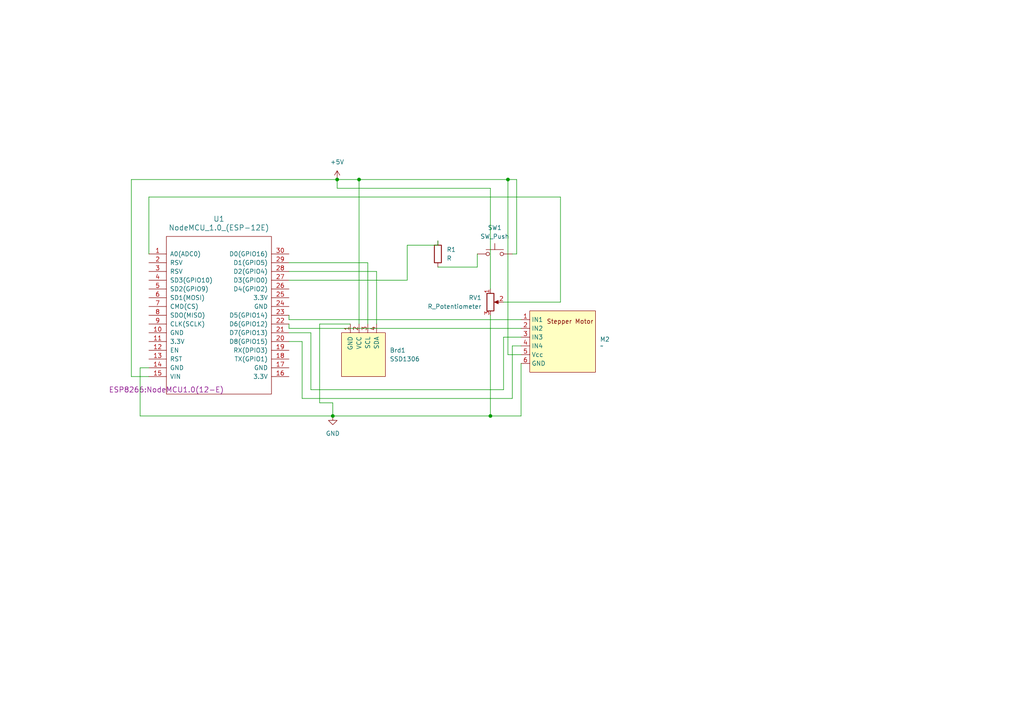
<source format=kicad_sch>
(kicad_sch (version 20231120) (generator "eeschema") (generator_version "8.0")
  (paper "A4")
  (lib_symbols
    (symbol "Device:R" (pin_numbers hide) (pin_names (offset 0))
      (property "Reference" "R" (at 2.032 0 90))
      (property "Value" "R" (at 0 0 90))
      (symbol "R_0_1"
        (rectangle (start -1.016 -2.54) (end 1.016 2.54) (stroke (width 0.254)))
      )
      (symbol "R_1_1"
        (pin passive line (at 0 3.81 270) (length 1.27) (name "~") (number "1"))
        (pin passive line (at 0 -3.81 90) (length 1.27) (name "~") (number "2"))
      )
    )
    (symbol "Device:R_Potentiometer" (pin_names (offset 1.016) hide)
      (property "Reference" "RV" (at -4.445 0 90))
      (property "Value" "R_Potentiometer" (at -2.54 0 90))
      (symbol "R_Potentiometer_0_1"
        (polyline (pts (xy 2.54 0) (xy 1.524 0)))
        (polyline (pts (xy 1.143 0) (xy 2.286 0.508) (xy 2.286 -0.508) (xy 1.143 0)) (fill (type outline)))
        (rectangle (start 1.016 2.54) (end -1.016 -2.54) (stroke (width 0.254)))
      )
      (symbol "R_Potentiometer_1_1"
        (pin passive line (at 0 3.81 270) (length 1.27) (name "1") (number "1"))
        (pin passive line (at 3.81 0 180) (length 1.27) (name "2") (number "2"))
        (pin passive line (at 0 -3.81 90) (length 1.27) (name "3") (number "3"))
      )
    )
    (symbol "ESP8266:NodeMCU_1.0_(ESP-12E)" (pin_names (offset 1.016))
      (property "Reference" "U" (at 0 21.59 0))
      (property "Value" "NodeMCU_1.0_(ESP-12E)" (at 0 -21.59 0))
      (symbol "NodeMCU_1.0_(ESP-12E)_0_1"
        (rectangle (start -15.24 -22.86) (end 15.24 22.86))
      )
      (symbol "NodeMCU_1.0_(ESP-12E)_1_1"
        (pin input line (at -20.32 17.78 0) (length 5.08) (name "A0(ADC0)") (number "1"))
        (pin input line (at -20.32 -5.08 0) (length 5.08) (name "GND") (number "10"))
        (pin power_out line (at -20.32 -7.62 0) (length 5.08) (name "3.3V") (number "11"))
        (pin input line (at -20.32 -10.16 0) (length 5.08) (name "EN") (number "12"))
        (pin input line (at -20.32 -12.7 0) (length 5.08) (name "RST") (number "13"))
        (pin power_in line (at -20.32 -15.24 0) (length 5.08) (name "GND") (number "14"))
        (pin power_in line (at -20.32 -17.78 0) (length 5.08) (name "VIN") (number "15"))
        (pin power_out line (at 20.32 -17.78 180) (length 5.08) (name "3.3V") (number "16"))
        (pin power_in line (at 20.32 -15.24 180) (length 5.08) (name "GND") (number "17"))
        (pin bidirectional line (at 20.32 -12.7 180) (length 5.08) (name "TX(GPIO1)") (number "18"))
        (pin bidirectional line (at 20.32 -10.16 180) (length 5.08) (name "RX(DPIO3)") (number "19"))
        (pin input line (at -20.32 15.24 0) (length 5.08) (name "RSV") (number "2"))
        (pin bidirectional line (at 20.32 -7.62 180) (length 5.08) (name "D8(GPIO15)") (number "20"))
        (pin bidirectional line (at 20.32 -5.08 180) (length 5.08) (name "D7(GPIO13)") (number "21"))
        (pin bidirectional line (at 20.32 -2.54 180) (length 5.08) (name "D6(GPIO12)") (number "22"))
        (pin bidirectional line (at 20.32 0 180) (length 5.08) (name "D5(GPIO14)") (number "23"))
        (pin power_in line (at 20.32 2.54 180) (length 5.08) (name "GND") (number "24"))
        (pin power_out line (at 20.32 5.08 180) (length 5.08) (name "3.3V") (number "25"))
        (pin bidirectional line (at 20.32 7.62 180) (length 5.08) (name "D4(GPIO2)") (number "26"))
        (pin bidirectional line (at 20.32 10.16 180) (length 5.08) (name "D3(GPIO0)") (number "27"))
        (pin bidirectional line (at 20.32 12.7 180) (length 5.08) (name "D2(GPIO4)") (number "28"))
        (pin bidirectional line (at 20.32 15.24 180) (length 5.08) (name "D1(GPIO5)") (number "29"))
        (pin input line (at -20.32 12.7 0) (length 5.08) (name "RSV") (number "3"))
        (pin bidirectional line (at 20.32 17.78 180) (length 5.08) (name "D0(GPIO16)") (number "30"))
        (pin bidirectional line (at -20.32 10.16 0) (length 5.08) (name "SD3(GPIO10)") (number "4"))
        (pin bidirectional line (at -20.32 7.62 0) (length 5.08) (name "SD2(GPIO9)") (number "5"))
        (pin bidirectional line (at -20.32 5.08 0) (length 5.08) (name "SD1(MOSI)") (number "6"))
        (pin bidirectional line (at -20.32 2.54 0) (length 5.08) (name "CMD(CS)") (number "7"))
        (pin bidirectional line (at -20.32 0 0) (length 5.08) (name "SDO(MISO)") (number "8"))
        (pin bidirectional line (at -20.32 -2.54 0) (length 5.08) (name "CLK(SCLK)") (number "9"))
      )
    )
    (symbol "SSD1306-128x64_OLED:SSD1306" (pin_names (offset 1.016))
      (property "Reference" "Brd" (at 0 -3.81 0))
      (property "Value" "SSD1306" (at 0 -1.27 0))
      (symbol "SSD1306_0_1"
        (rectangle (start -6.35 6.35) (end 6.35 -6.35) (fill (type background)))
      )
      (symbol "SSD1306_1_1"
        (pin input line (at -3.81 8.89 270) (length 2.54) (name "GND") (number "1"))
        (pin input line (at -1.27 8.89 270) (length 2.54) (name "VCC") (number "2"))
        (pin input line (at 1.27 8.89 270) (length 2.54) (name "SCL") (number "3"))
        (pin input line (at 3.81 8.89 270) (length 2.54) (name "SDA") (number "4"))
      )
    )
    (symbol "Switch:SW_Push" (pin_numbers hide) (pin_names (offset 1.016) hide)
      (property "Reference" "SW" (at 1.27 2.54 0))
      (property "Value" "SW_Push" (at 0 -1.524 0))
      (symbol "SW_Push_0_1"
        (circle (center -2.032 0) (radius 0.508))
        (polyline (pts (xy 0 1.27) (xy 0 3.048)))
        (polyline (pts (xy 2.54 1.27) (xy -2.54 1.27)))
        (circle (center 2.032 0) (radius 0.508))
        (pin passive line (at -5.08 0 0) (length 2.54) (name "1") (number "1"))
        (pin passive line (at 5.08 0 180) (length 2.54) (name "2") (number "2"))
      )
    )
    (symbol "esp8266:Stepper_motor"
      (property "Reference" "M" (at -5.588 -3.81 0))
      (symbol "Stepper_motor_1_1"
        (rectangle (start 5.08 5.08) (end 24.13 -12.7) (fill (type background)))
        (text "Stepper Motor" (at 16.764 2.032 0) (effects (font (size 1.27 1.27))))
        (pin output line (at 2.54 2.54 0) (length 2.54) (name "IN1") (number "1"))
        (pin output line (at 2.54 0 0) (length 2.54) (name "IN2") (number "2"))
        (pin output line (at 2.54 -2.54 0) (length 2.54) (name "IN3") (number "3"))
        (pin output line (at 2.54 -5.08 0) (length 2.54) (name "IN4") (number "4"))
        (pin power_in line (at 2.54 -7.62 0) (length 2.54) (name "Vcc") (number "5"))
        (pin power_in line (at 2.54 -10.16 0) (length 2.54) (name "GND") (number "6"))
      )
    )
    (symbol "power:+5V" (power) (pin_names (offset 0))
      (property "Value" "+5V" (at 0 3.556 0))
      (symbol "+5V_0_1"
        (polyline (pts (xy -0.762 1.27) (xy 0 2.54)))
        (polyline (pts (xy 0 0) (xy 0 2.54)))
        (polyline (pts (xy 0 2.54) (xy 0.762 1.27)))
      )
      (symbol "+5V_1_1"
        (pin power_in line (at 0 0 90) (length 0) hide (name "+5V") (number "1"))
      )
    )
    (symbol "power:GND" (power) (pin_names (offset 0))
      (property "Value" "GND" (at 0 -3.81 0))
      (symbol "GND_0_1"
        (polyline (pts (xy 0 0) (xy 0 -1.27) (xy 1.27 -1.27) (xy 0 -2.54) (xy -1.27 -1.27) (xy 0 -1.27)))
      )
      (symbol "GND_1_1"
        (pin power_in line (at 0 0 270) (length 0) hide (name "GND") (number "1"))
      )
    )
  )
  (junction (at 147.32 52.07))
  (junction (at 96.52 120.65))
  (junction (at 104.14 52.07))
  (junction (at 142.24 120.65))
  (junction (at 97.79 52.07))
  (wire (pts (xy 149.86 73.66) (xy 148.59 73.66)))
  (wire (pts (xy 83.82 96.52) (xy 90.17 96.52)))
  (wire (pts (xy 97.79 52.07) (xy 104.14 52.07)))
  (wire (pts (xy 147.32 52.07) (xy 149.86 52.07)))
  (wire (pts (xy 151.13 102.87) (xy 147.32 102.87)))
  (wire (pts (xy 151.13 92.71) (xy 83.82 92.71)))
  (wire (pts (xy 87.63 99.06) (xy 87.63 115.57)))
  (wire (pts (xy 106.68 93.98) (xy 106.68 76.2)))
  (wire (pts (xy 142.24 120.65) (xy 151.13 120.65)))
  (wire (pts (xy 106.68 76.2) (xy 83.82 76.2)))
  (wire (pts (xy 148.59 115.57) (xy 148.59 100.33)))
  (wire (pts (xy 162.56 87.63) (xy 146.05 87.63)))
  (wire (pts (xy 151.13 105.41) (xy 151.13 120.65)))
  (wire (pts (xy 83.82 92.71) (xy 83.82 91.44)))
  (wire (pts (xy 109.22 78.74) (xy 109.22 93.98)))
  (wire (pts (xy 96.52 116.84) (xy 96.52 120.65)))
  (wire (pts (xy 146.05 97.79) (xy 151.13 97.79)))
  (wire (pts (xy 151.13 95.25) (xy 83.82 95.25)))
  (wire (pts (xy 96.52 120.65) (xy 142.24 120.65)))
  (wire (pts (xy 40.64 106.68) (xy 43.18 106.68)))
  (wire (pts (xy 104.14 52.07) (xy 147.32 52.07)))
  (wire (pts (xy 127 77.47) (xy 138.43 77.47)))
  (wire (pts (xy 148.59 100.33) (xy 151.13 100.33)))
  (wire (pts (xy 97.79 52.07) (xy 38.1 52.07)))
  (wire (pts (xy 147.32 102.87) (xy 147.32 52.07)))
  (wire (pts (xy 38.1 109.22) (xy 43.18 109.22)))
  (wire (pts (xy 127 71.12) (xy 127 69.85)))
  (wire (pts (xy 97.79 54.61) (xy 97.79 52.07)))
  (wire (pts (xy 40.64 120.65) (xy 96.52 120.65)))
  (wire (pts (xy 90.17 96.52) (xy 90.17 113.03)))
  (wire (pts (xy 40.64 120.65) (xy 40.64 106.68)))
  (wire (pts (xy 90.17 113.03) (xy 146.05 113.03)))
  (wire (pts (xy 109.22 78.74) (xy 83.82 78.74)))
  (wire (pts (xy 104.14 93.98) (xy 104.14 52.07)))
  (wire (pts (xy 149.86 52.07) (xy 149.86 73.66)))
  (wire (pts (xy 146.05 113.03) (xy 146.05 97.79)))
  (wire (pts (xy 138.43 77.47) (xy 138.43 73.66)))
  (wire (pts (xy 38.1 52.07) (xy 38.1 109.22)))
  (wire (pts (xy 92.71 93.98) (xy 92.71 116.84)))
  (wire (pts (xy 92.71 93.98) (xy 101.6 93.98)))
  (wire (pts (xy 83.82 81.28) (xy 118.11 81.28)))
  (wire (pts (xy 92.71 116.84) (xy 96.52 116.84)))
  (wire (pts (xy 142.24 83.82) (xy 142.24 54.61)))
  (wire (pts (xy 162.56 57.15) (xy 162.56 87.63)))
  (wire (pts (xy 118.11 81.28) (xy 118.11 71.12)))
  (wire (pts (xy 87.63 115.57) (xy 148.59 115.57)))
  (wire (pts (xy 83.82 95.25) (xy 83.82 93.98)))
  (wire (pts (xy 83.82 99.06) (xy 87.63 99.06)))
  (wire (pts (xy 43.18 57.15) (xy 162.56 57.15)))
  (wire (pts (xy 118.11 71.12) (xy 127 71.12)))
  (wire (pts (xy 142.24 91.44) (xy 142.24 120.65)))
  (wire (pts (xy 43.18 73.66) (xy 43.18 57.15)))
  (wire (pts (xy 142.24 54.61) (xy 97.79 54.61)))
  (symbol (lib_id "Device:R_Potentiometer") (at 142.24 87.63 0) (unit 1)
    (property "Reference" "RV1" (at 139.7 86.3599 0) (effects (justify right)))
    (property "Value" "R_Potentiometer" (at 139.7 88.8999 0) (effects (justify right)))
    (property "Footprint" "Potentiometer_THT:Potentiometer_Alps_RK09Y11_Single_Horizontal" (effects (hide yes)))
    (property "Description" "Potentiometer" (effects (hide yes)))
  )
  (symbol (lib_id "Switch:SW_Push") (at 143.51 73.66 0) (unit 1)
    (property "Reference" "SW1" (at 143.51 66.04 0))
    (property "Value" "SW_Push" (at 143.51 68.58 0))
    (property "Footprint" "Button_Switch_THT:SW_Push_2P1T_Toggle_CK_PVA1xxH1xxxxxxV2" (effects (hide yes)))
    (property "Description" "Push button switch, generic, two pins" (effects (hide yes)))
  )
  (symbol (lib_id "esp8266:Stepper_motor") (at 148.59 95.25 0) (unit 1)
    (property "Reference" "M2" (at 173.99 98.4249 0) (effects (justify left)))
    (property "Value" "~" (at 173.99 100.33 0) (effects (justify left)))
    (property "Footprint" "1_david:stepper motor" (effects (hide yes)))
  )
  (symbol (lib_id "power:GND") (at 96.52 120.65 0) (unit 1)
    (property "Reference" "#PWR02" (effects (hide yes)))
    (property "Value" "GND" (at 96.52 125.73 0))
    (property "Description" "Power symbol creates a global label with name \"GND\" , ground" (effects (hide yes)))
  )
  (symbol (lib_id "SSD1306-128x64_OLED:SSD1306") (at 105.41 102.87 0) (unit 1)
    (property "Reference" "Brd1" (at 113.03 101.5999 0) (effects (justify left)))
    (property "Value" "SSD1306" (at 113.03 104.1399 0) (effects (justify left)))
    (property "Footprint" "SSD1306:128x64OLED" (effects (hide yes)))
    (property "Description" "SSD1306 OLED" (effects (hide yes)))
  )
  (symbol (lib_id "power:+5V") (at 97.79 52.07 0) (unit 1)
    (property "Reference" "#PWR01" (effects (hide yes)))
    (property "Value" "+5V" (at 97.79 46.99 0))
    (property "Description" "Power symbol creates a global label with name \"+5V\"" (effects (hide yes)))
  )
  (symbol (lib_id "ESP8266:NodeMCU_1.0_(ESP-12E)") (at 63.5 91.44 0) (unit 1)
    (property "Reference" "U1" (at 63.5 63.5 0) (effects (font (size 1.524 1.524))))
    (property "Value" "NodeMCU_1.0_(ESP-12E)" (at 63.5 66.04 0) (effects (font (size 1.524 1.524))))
    (property "Footprint" "ESP8266:NodeMCU1.0(12-E)" (at 48.26 113.03 0) (effects (font (size 1.524 1.524))))
  )
  (symbol (lib_id "Device:R") (at 127 73.66 0) (unit 1)
    (property "Reference" "R1" (at 129.54 72.3899 0) (effects (justify left)))
    (property "Value" "R" (at 129.54 74.9299 0) (effects (justify left)))
    (property "Footprint" "Resistor_THT:R_Axial_DIN0207_L6.3mm_D2.5mm_P10.16mm_Horizontal" (effects (hide yes)))
    (property "Description" "Resistor" (effects (hide yes)))
  )
)
</source>
